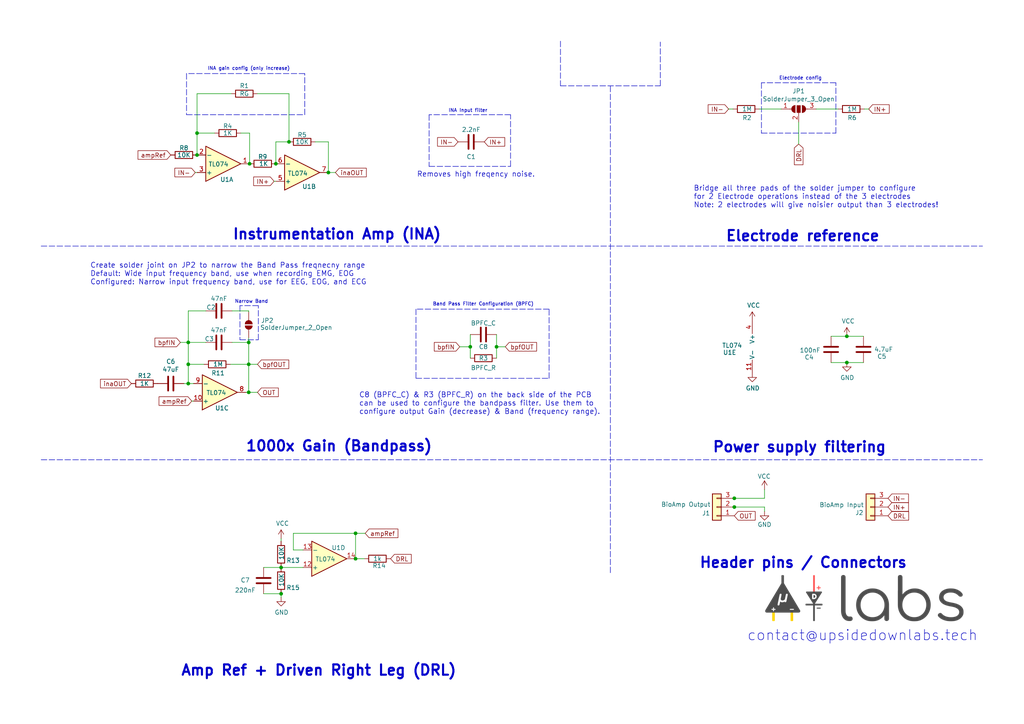
<source format=kicad_sch>
(kicad_sch (version 20231120) (generator "eeschema") (generator_version "8.0")
  (paper "A4")
  (title_block (title "BioAmp EXG Pill") (date "2021-08-06") (rev "1.0b") (company "Upside Down Labs") (comment 1 "Records EMG, ECG, EOG, and EEG") (comment 2 "5v compatible EXG hardware") (comment 3 "Signle chip biopotential amplifier") (comment 4 "TL074H based BioAmp"))
  (lib_symbols
    (symbol "Amplifier_Operational:TL074" (pin_names (offset 0.127))
      (property "Reference" "U" (at 0 5.08 0))
      (property "Value" "TL074" (at 0 -5.08 0))
      (symbol "TL074_1_1"
        (polyline (pts (xy -5.08 5.08) (xy 5.08 0) (xy -5.08 -5.08) (xy -5.08 5.08)) (stroke (width 0.254)) (fill (type background)))
        (pin output line (at 7.62 0 180) (length 2.54) (name "~") (number "1"))
        (pin input line (at -7.62 -2.54 0) (length 2.54) (name "-") (number "2"))
        (pin input line (at -7.62 2.54 0) (length 2.54) (name "+") (number "3"))
      )
      (symbol "TL074_2_1"
        (polyline (pts (xy -5.08 5.08) (xy 5.08 0) (xy -5.08 -5.08) (xy -5.08 5.08)) (stroke (width 0.254)) (fill (type background)))
        (pin input line (at -7.62 2.54 0) (length 2.54) (name "+") (number "5"))
        (pin input line (at -7.62 -2.54 0) (length 2.54) (name "-") (number "6"))
        (pin output line (at 7.62 0 180) (length 2.54) (name "~") (number "7"))
      )
      (symbol "TL074_3_1"
        (polyline (pts (xy -5.08 5.08) (xy 5.08 0) (xy -5.08 -5.08) (xy -5.08 5.08)) (stroke (width 0.254)) (fill (type background)))
        (pin input line (at -7.62 2.54 0) (length 2.54) (name "+") (number "10"))
        (pin output line (at 7.62 0 180) (length 2.54) (name "~") (number "8"))
        (pin input line (at -7.62 -2.54 0) (length 2.54) (name "-") (number "9"))
      )
      (symbol "TL074_4_1"
        (polyline (pts (xy -5.08 5.08) (xy 5.08 0) (xy -5.08 -5.08) (xy -5.08 5.08)) (stroke (width 0.254)) (fill (type background)))
        (pin input line (at -7.62 2.54 0) (length 2.54) (name "+") (number "12"))
        (pin input line (at -7.62 -2.54 0) (length 2.54) (name "-") (number "13"))
        (pin output line (at 7.62 0 180) (length 2.54) (name "~") (number "14"))
      )
      (symbol "TL074_5_1"
        (pin power_in line (at -2.54 -7.62 90) (length 3.81) (name "V-") (number "11"))
        (pin power_in line (at -2.54 7.62 270) (length 3.81) (name "V+") (number "4"))
      )
    )
    (symbol "BioAmp-EXG-Pill-rescue:GND-power" (power) (pin_names (offset 0))
      (property "Value" "power_GND" (at 0 -3.81 0))
      (symbol "GND-power_0_1"
        (polyline (pts (xy 0 0) (xy 0 -1.27) (xy 1.27 -1.27) (xy 0 -2.54) (xy -1.27 -1.27) (xy 0 -1.27)))
      )
      (symbol "GND-power_1_1"
        (pin power_in line (at 0 0 270) (length 0) hide (name "GND") (number "1"))
      )
    )
    (symbol "BioAmp-EXG-Pill-rescue:SolderJumper_3_Open-Jumper" (pin_names (offset 0) hide)
      (property "Reference" "JP" (at -2.54 -2.54 0))
      (property "Value" "Jumper_SolderJumper_3_Open" (at 0 2.794 0))
      (symbol "SolderJumper_3_Open-Jumper_0_1"
        (arc (start -1.016 1.016) (mid -2.032 0) (end -1.016 -1.016))
        (arc (start -1.016 1.016) (mid -2.032 0) (end -1.016 -1.016) (fill (type outline)))
        (rectangle (start -0.508 1.016) (end 0.508 -1.016) (fill (type outline)))
        (polyline (pts (xy -2.54 0) (xy -2.032 0)))
        (polyline (pts (xy -1.016 1.016) (xy -1.016 -1.016)))
        (polyline (pts (xy 0 -1.27) (xy 0 -1.016)))
        (polyline (pts (xy 1.016 1.016) (xy 1.016 -1.016)))
        (polyline (pts (xy 2.54 0) (xy 2.032 0)))
        (arc (start 1.016 -1.016) (mid 2.032 0) (end 1.016 1.016))
        (arc (start 1.016 -1.016) (mid 2.032 0) (end 1.016 1.016) (fill (type outline)))
      )
      (symbol "SolderJumper_3_Open-Jumper_1_1"
        (pin passive line (at -5.08 0 0) (length 2.54) (name "A") (number "1"))
        (pin input line (at 0 -3.81 90) (length 2.54) (name "C") (number "2"))
        (pin passive line (at 5.08 0 180) (length 2.54) (name "B") (number "3"))
      )
    )
    (symbol "BioAmp-EXG-Pill-rescue:VCC-power" (power) (pin_names (offset 0))
      (property "Value" "power_VCC" (at 0 3.81 0))
      (symbol "VCC-power_0_1"
        (polyline (pts (xy -0.762 1.27) (xy 0 2.54)))
        (polyline (pts (xy 0 0) (xy 0 2.54)))
        (polyline (pts (xy 0 2.54) (xy 0.762 1.27)))
      )
      (symbol "VCC-power_1_1"
        (pin power_in line (at 0 0 90) (length 0) hide (name "VCC") (number "1"))
      )
    )
    (symbol "Connector_Generic:Conn_01x03" (pin_names (offset 1.016) hide)
      (property "Reference" "J" (at 0 5.08 0))
      (property "Value" "Conn_01x03" (at 0 -5.08 0))
      (symbol "Conn_01x03_1_1"
        (rectangle (start -1.27 -2.413) (end 0 -2.667) (stroke (width 0.1524)))
        (rectangle (start -1.27 0.127) (end 0 -0.127) (stroke (width 0.1524)))
        (rectangle (start -1.27 2.667) (end 0 2.413) (stroke (width 0.1524)))
        (rectangle (start -1.27 3.81) (end 1.27 -3.81) (stroke (width 0.254)) (fill (type background)))
        (pin passive line (at -5.08 2.54 0) (length 3.81) (name "Pin_1") (number "1"))
        (pin passive line (at -5.08 0 0) (length 3.81) (name "Pin_2") (number "2"))
        (pin passive line (at -5.08 -2.54 0) (length 3.81) (name "Pin_3") (number "3"))
      )
    )
    (symbol "Device:C" (pin_numbers hide) (pin_names (offset 0.254))
      (property "Reference" "C" (at 0.635 2.54 0))
      (property "Value" "C" (at 0.635 -2.54 0))
      (symbol "C_0_1"
        (polyline (pts (xy -2.032 -0.762) (xy 2.032 -0.762)) (stroke (width 0.508)))
        (polyline (pts (xy -2.032 0.762) (xy 2.032 0.762)) (stroke (width 0.508)))
      )
      (symbol "C_1_1"
        (pin passive line (at 0 3.81 270) (length 2.794) (name "~") (number "1"))
        (pin passive line (at 0 -3.81 90) (length 2.794) (name "~") (number "2"))
      )
    )
    (symbol "Device:R" (pin_numbers hide) (pin_names (offset 0))
      (property "Reference" "R" (at 2.032 0 90))
      (property "Value" "R" (at 0 0 90))
      (symbol "R_0_1"
        (rectangle (start -1.016 -2.54) (end 1.016 2.54) (stroke (width 0.254)))
      )
      (symbol "R_1_1"
        (pin passive line (at 0 3.81 270) (length 1.27) (name "~") (number "1"))
        (pin passive line (at 0 -3.81 90) (length 1.27) (name "~") (number "2"))
      )
    )
    (symbol "Jumper:SolderJumper_2_Open" (pin_numbers hide) (pin_names (offset 0) hide) (exclude_from_sim yes) (in_bom no)
      (property "Reference" "JP" (at 0 2.032 0))
      (property "Value" "SolderJumper_2_Open" (at 0 -2.54 0))
      (symbol "SolderJumper_2_Open_0_1"
        (arc (start -0.254 1.016) (mid -1.2656 0) (end -0.254 -1.016))
        (arc (start -0.254 1.016) (mid -1.2656 0) (end -0.254 -1.016) (fill (type outline)))
        (polyline (pts (xy -0.254 1.016) (xy -0.254 -1.016)))
        (polyline (pts (xy 0.254 1.016) (xy 0.254 -1.016)))
        (arc (start 0.254 -1.016) (mid 1.2656 0) (end 0.254 1.016))
        (arc (start 0.254 -1.016) (mid 1.2656 0) (end 0.254 1.016) (fill (type outline)))
      )
      (symbol "SolderJumper_2_Open_1_1"
        (pin passive line (at -3.81 0 0) (length 2.54) (name "A") (number "1"))
        (pin passive line (at 3.81 0 180) (length 2.54) (name "B") (number "2"))
      )
    )
  )
  (junction (at 57.15 38.608))
  (junction (at 72.39 47.498))
  (junction (at 54.61 111.252))
  (junction (at 80.01 47.498))
  (junction (at 81.534 164.592))
  (junction (at 83.82 41.148))
  (junction (at 245.618 105.156))
  (junction (at 212.979 144.526))
  (junction (at 103.124 162.052))
  (junction (at 57.15 44.958))
  (junction (at 103.124 154.686))
  (junction (at 245.618 97.536))
  (junction (at 72.136 105.664))
  (junction (at 72.136 99.314))
  (junction (at 212.979 147.066))
  (junction (at 144.018 100.584))
  (junction (at 95.25 50.038))
  (junction (at 136.398 100.584))
  (junction (at 81.534 172.212))
  (junction (at 72.136 113.792))
  (junction (at 54.61 105.664))
  (junction (at 54.61 99.314))
  (wire (pts (xy 250.444 97.536) (xy 245.618 97.536)))
  (wire (pts (xy 212.979 144.526) (xy 221.742 144.526)))
  (wire (pts (xy 76.454 164.592) (xy 81.534 164.592)))
  (wire (pts (xy 54.61 105.664) (xy 54.61 111.252)))
  (polyline (pts (xy 191.516 24.892) (xy 191.516 12.192)) (stroke (width 0) (type dash)))
  (wire (pts (xy 231.648 35.433) (xy 231.648 41.783)))
  (wire (pts (xy 133.35 100.584) (xy 136.398 100.584)))
  (polyline (pts (xy 162.56 11.938) (xy 162.56 24.892)) (stroke (width 0) (type dash)))
  (wire (pts (xy 74.676 105.664) (xy 72.136 105.664)))
  (wire (pts (xy 236.728 31.623) (xy 243.078 31.623)))
  (wire (pts (xy 62.23 38.608) (xy 57.15 38.608)))
  (wire (pts (xy 136.398 100.584) (xy 136.398 103.886)))
  (wire (pts (xy 245.618 105.156) (xy 250.444 105.156)))
  (wire (pts (xy 59.69 90.17) (xy 54.61 90.17)))
  (wire (pts (xy 80.01 41.148) (xy 80.01 47.498)))
  (wire (pts (xy 74.676 113.792) (xy 72.136 113.792)))
  (wire (pts (xy 59.182 105.664) (xy 54.61 105.664)))
  (polyline (pts (xy 88.392 33.274) (xy 88.392 21.336)) (stroke (width 0) (type dash)))
  (polyline (pts (xy 124.46 48.26) (xy 148.082 48.26)) (stroke (width 0) (type dash)))
  (polyline (pts (xy 148.082 48.26) (xy 148.082 33.274)) (stroke (width 0) (type dash)))
  (wire (pts (xy 144.018 100.584) (xy 144.018 103.886)))
  (wire (pts (xy 95.25 41.148) (xy 95.25 50.038)))
  (wire (pts (xy 81.534 173.228) (xy 81.534 172.212)))
  (wire (pts (xy 103.124 154.686) (xy 85.09 154.686)))
  (wire (pts (xy 212.852 147.066) (xy 212.979 147.066)))
  (wire (pts (xy 72.136 113.792) (xy 71.374 113.792)))
  (wire (pts (xy 54.61 111.252) (xy 56.134 111.252)))
  (wire (pts (xy 250.698 31.623) (xy 251.968 31.623)))
  (polyline (pts (xy 88.392 21.336) (xy 54.102 21.336)) (stroke (width 0) (type dash)))
  (wire (pts (xy 72.136 90.17) (xy 72.136 90.424)))
  (polyline (pts (xy 159.258 89.662) (xy 120.65 89.662)) (stroke (width 0) (type dash)))
  (wire (pts (xy 72.136 105.664) (xy 72.136 113.792)))
  (wire (pts (xy 87.884 164.592) (xy 81.534 164.592)))
  (polyline (pts (xy 54.102 21.336) (xy 54.102 33.274)) (stroke (width 0) (type dash)))
  (wire (pts (xy 80.01 52.578) (xy 79.502 52.578)))
  (wire (pts (xy 103.124 162.052) (xy 103.124 154.686)))
  (wire (pts (xy 56.642 50.038) (xy 57.15 50.038)))
  (wire (pts (xy 211.328 31.623) (xy 212.598 31.623)))
  (wire (pts (xy 221.742 144.526) (xy 221.742 141.986)))
  (wire (pts (xy 59.69 99.314) (xy 54.61 99.314)))
  (wire (pts (xy 67.056 27.178) (xy 57.15 27.178)))
  (wire (pts (xy 52.324 99.314) (xy 54.61 99.314)))
  (wire (pts (xy 146.558 100.584) (xy 144.018 100.584)))
  (wire (pts (xy 54.61 99.314) (xy 54.61 105.664)))
  (polyline (pts (xy 162.56 24.892) (xy 191.516 24.892)) (stroke (width 0) (type dash)))
  (wire (pts (xy 57.15 38.608) (xy 57.15 44.958)))
  (wire (pts (xy 56.134 116.332) (xy 55.626 116.332)))
  (wire (pts (xy 83.82 41.148) (xy 80.01 41.148)))
  (wire (pts (xy 144.018 97.028) (xy 144.018 100.584)))
  (wire (pts (xy 72.136 98.044) (xy 72.136 99.314)))
  (polyline (pts (xy 74.93 88.646) (xy 69.596 88.646)) (stroke (width 0) (type dash)))
  (wire (pts (xy 221.742 147.066) (xy 221.742 148.336)))
  (wire (pts (xy 105.918 154.686) (xy 103.124 154.686)))
  (polyline (pts (xy 120.65 89.662) (xy 120.65 109.728)) (stroke (width 0) (type dash)))
  (polyline (pts (xy 242.443 24.003) (xy 220.853 24.003)) (stroke (width 0) (type dash)))
  (polyline (pts (xy 177.038 166.116) (xy 177.038 24.892)) (stroke (width 0) (type dash)))
  (wire (pts (xy 136.398 97.028) (xy 136.398 100.584)))
  (polyline (pts (xy 120.65 109.728) (xy 159.258 109.728)) (stroke (width 0) (type dash)))
  (polyline (pts (xy 54.102 33.274) (xy 88.392 33.274)) (stroke (width 0) (type dash)))
  (polyline (pts (xy 74.93 98.552) (xy 74.93 88.646)) (stroke (width 0) (type dash)))
  (wire (pts (xy 85.09 159.512) (xy 87.884 159.512)))
  (wire (pts (xy 67.31 99.314) (xy 72.136 99.314)))
  (wire (pts (xy 212.979 147.066) (xy 221.742 147.066)))
  (wire (pts (xy 91.44 41.148) (xy 95.25 41.148)))
  (polyline (pts (xy 220.853 24.003) (xy 220.853 38.608)) (stroke (width 0) (type dash)))
  (wire (pts (xy 57.15 27.178) (xy 57.15 38.608)))
  (wire (pts (xy 72.39 38.608) (xy 72.39 47.498)))
  (wire (pts (xy 67.31 90.17) (xy 72.136 90.17)))
  (wire (pts (xy 81.534 156.972) (xy 81.534 156.21)))
  (wire (pts (xy 85.09 154.686) (xy 85.09 159.512)))
  (wire (pts (xy 74.676 27.178) (xy 83.82 27.178)))
  (polyline (pts (xy 159.258 109.728) (xy 159.258 89.662)) (stroke (width 0) (type dash)))
  (wire (pts (xy 76.454 172.212) (xy 81.534 172.212)))
  (polyline (pts (xy 242.443 38.608) (xy 242.443 24.003)) (stroke (width 0) (type dash)))
  (wire (pts (xy 95.25 50.038) (xy 97.282 50.038)))
  (wire (pts (xy 54.61 90.17) (xy 54.61 99.314)))
  (wire (pts (xy 69.85 38.608) (xy 72.39 38.608)))
  (polyline (pts (xy 220.853 38.608) (xy 242.443 38.608)) (stroke (width 0) (type dash)))
  (wire (pts (xy 83.82 27.178) (xy 83.82 41.148)))
  (polyline (pts (xy 11.938 71.374) (xy 284.988 71.374)) (stroke (width 0) (type dash)))
  (wire (pts (xy 220.218 31.623) (xy 226.568 31.623)))
  (polyline (pts (xy 69.596 88.646) (xy 69.596 98.552)) (stroke (width 0) (type dash)))
  (wire (pts (xy 72.136 99.314) (xy 72.136 105.664)))
  (wire (pts (xy 53.34 111.252) (xy 54.61 111.252)))
  (polyline (pts (xy 124.46 33.274) (xy 124.46 48.26)) (stroke (width 0) (type dash)))
  (polyline (pts (xy 148.082 33.274) (xy 124.46 33.274)) (stroke (width 0) (type dash)))
  (wire (pts (xy 66.802 105.664) (xy 72.136 105.664)))
  (wire (pts (xy 241.046 105.156) (xy 245.618 105.156)))
  (wire (pts (xy 245.618 97.536) (xy 241.046 97.536)))
  (polyline (pts (xy 11.938 133.35) (xy 284.988 133.35)) (stroke (width 0) (type dash)))
  (wire (pts (xy 212.852 144.526) (xy 212.979 144.526)))
  (polyline (pts (xy 69.596 98.552) (xy 74.93 98.552)) (stroke (width 0) (type dash)))
  (wire (pts (xy 105.664 162.052) (xy 103.124 162.052)))
  (image (at 250.698 173.482) (scale 0.313333))
  (text "INA Input filter" (at 130.048 32.766 0) (effects (font (size 0.9906 0.9906)) (justify left bottom)))
  (text "Bridge all three pads of the solder jumper to configure\nfor 2 Electrode operations instead of the 3 electrodes\nNote: 2 electrodes will give noisier output than 3 electrodes!" (at 201.168 60.452 0) (effects (font (size 1.4986 1.4986)) (justify left bottom)))
  (text "Removes high freqency noise." (at 120.904 51.562 0) (effects (font (size 1.4986 1.4986)) (justify left bottom)))
  (text "Power supply filtering" (at 206.502 131.572 0) (effects (font (size 2.9972 2.9972) (thickness 0.5994) (bold yes)) (justify left bottom)))
  (text "Band Pass Filter Configuration (BPFC)" (at 125.476 88.9 0) (effects (font (size 0.9906 0.9906)) (justify left bottom)))
  (text "Electrode reference" (at 210.312 70.358 0) (effects (font (size 2.9972 2.9972) (thickness 0.5994) (bold yes)) (justify left bottom)))
  (text "Header pins / Connectors" (at 202.692 165.1 0) (effects (font (size 2.9972 2.9972) (thickness 0.5994) (bold yes)) (justify left bottom)))
  (text "INA gain config (only increase)" (at 60.198 20.574 0) (effects (font (size 0.9906 0.9906)) (justify left bottom)))
  (text "Instrumentation Amp (INA)" (at 67.31 69.85 0) (effects (font (size 2.9972 2.9972) (thickness 0.5994) (bold yes)) (justify left bottom)))
  (text "C8 (BPFC_C) & R3 (BPFC_R) on the back side of the PCB\ncan be used to configure the bandpass filter. Use them to\nconfigure output Gain (decrease) & Band (frequency range)." (at 104.14 120.396 0) (effects (font (size 1.4986 1.4986)) (justify left bottom)))
  (text "1000x Gain (Bandpass)" (at 71.12 131.318 0) (effects (font (size 2.9972 2.9972) (thickness 0.5994) (bold yes)) (justify left bottom)))
  (text "Narrow Band" (at 68.072 88.138 0) (effects (font (size 0.9906 0.9906)) (justify left bottom)))
  (text "Create solder joint on JP2 to narrow the Band Pass freqnecny range\nDefault: Wide input frequency band, use when recording EMG, EOG\nConfigured: Narrow input frequency band, use for EEG, EOG, and ECG" (at 26.162 82.804 0) (effects (font (size 1.4986 1.4986)) (justify left bottom)))
  (text "contact@upsidedownlabs.tech" (at 216.662 186.182 0) (effects (font (size 2.9972 2.9972)) (justify left bottom)))
  (text "Amp Ref + Driven Right Leg (DRL) " (at 52.324 196.342 0) (effects (font (size 2.9972 2.9972) (thickness 0.5994) (bold yes)) (justify left bottom)))
  (text "Electrode config" (at 225.933 23.368 0) (effects (font (size 0.9906 0.9906)) (justify left bottom)))
  (global_label "bpfOUT" (shape input) (at 74.676 105.664 0) (property "Intersheetrefs" "${INTERSHEET_REFS}" (effects (hide yes))))
  (global_label "IN-" (shape input) (at 211.328 31.623 180) (property "Intersheetrefs" "${INTERSHEET_REFS}" (effects (hide yes))))
  (global_label "inaOUT" (shape input) (at 97.282 50.038 0) (property "Intersheetrefs" "${INTERSHEET_REFS}" (effects (hide yes))))
  (global_label "inaOUT" (shape input) (at 38.1 111.252 180) (property "Intersheetrefs" "${INTERSHEET_REFS}" (effects (hide yes))))
  (global_label "OUT" (shape input) (at 74.676 113.792 0) (property "Intersheetrefs" "${INTERSHEET_REFS}" (effects (hide yes))))
  (global_label "IN+" (shape input) (at 251.968 31.623 0) (property "Intersheetrefs" "${INTERSHEET_REFS}" (effects (hide yes))))
  (global_label "bpfIN" (shape input) (at 133.35 100.584 180) (property "Intersheetrefs" "${INTERSHEET_REFS}" (effects (hide yes))))
  (global_label "bpfIN" (shape input) (at 52.324 99.314 180) (property "Intersheetrefs" "${INTERSHEET_REFS}" (effects (hide yes))))
  (global_label "IN-" (shape input) (at 132.842 41.148 180) (property "Intersheetrefs" "${INTERSHEET_REFS}" (effects (hide yes))))
  (global_label "IN+" (shape input) (at 79.502 52.578 180) (property "Intersheetrefs" "${INTERSHEET_REFS}" (effects (hide yes))))
  (global_label "ampRef" (shape input) (at 49.53 44.958 180) (property "Intersheetrefs" "${INTERSHEET_REFS}" (effects (hide yes))))
  (global_label "DRL" (shape input) (at 231.648 41.783 270) (property "Intersheetrefs" "${INTERSHEET_REFS}" (effects (hide yes))))
  (global_label "bpfOUT" (shape input) (at 146.558 100.584 0) (property "Intersheetrefs" "${INTERSHEET_REFS}" (effects (hide yes))))
  (global_label "IN+" (shape input) (at 140.462 41.148 0) (property "Intersheetrefs" "${INTERSHEET_REFS}" (effects (hide yes))))
  (global_label "DRL" (shape input) (at 113.284 162.052 0) (property "Intersheetrefs" "${INTERSHEET_REFS}" (effects (hide yes))))
  (global_label "OUT" (shape input) (at 212.979 149.606 0) (property "Intersheetrefs" "${INTERSHEET_REFS}" (effects (hide yes))))
  (global_label "IN-" (shape input) (at 257.556 144.526 0) (property "Intersheetrefs" "${INTERSHEET_REFS}" (effects (hide yes))))
  (global_label "ampRef" (shape input) (at 55.626 116.332 180) (property "Intersheetrefs" "${INTERSHEET_REFS}" (effects (hide yes))))
  (global_label "IN-" (shape input) (at 56.642 50.038 180) (property "Intersheetrefs" "${INTERSHEET_REFS}" (effects (hide yes))))
  (global_label "DRL" (shape input) (at 257.556 149.606 0) (property "Intersheetrefs" "${INTERSHEET_REFS}" (effects (hide yes))))
  (global_label "ampRef" (shape input) (at 105.918 154.686 0) (property "Intersheetrefs" "${INTERSHEET_REFS}" (effects (hide yes))))
  (global_label "IN+" (shape input) (at 257.556 147.066 0) (property "Intersheetrefs" "${INTERSHEET_REFS}" (effects (hide yes))))
  (symbol (lib_id "Amplifier_Operational:TL074") (at 64.77 47.498 0) (mirror x) (unit 1)
    (property "Reference" "U1" (at 65.786 52.07 0))
    (property "Value" "TL074" (at 63.373 47.625 0))
    (property "Footprint" "Package_SO:TSSOP-14_4.4x5mm_P0.65mm" (effects (hide yes)))
    (property "Datasheet" "http://www.ti.com/lit/ds/symlink/tl071.pdf" (effects (hide yes)))
  )
  (symbol (lib_id "Amplifier_Operational:TL074") (at 87.63 50.038 0) (mirror x) (unit 2)
    (property "Reference" "U1" (at 89.662 54.102 0))
    (property "Value" "TL074" (at 86.36 50.292 0))
    (property "Footprint" "Package_SO:TSSOP-14_4.4x5mm_P0.65mm" (effects (hide yes)))
    (property "Datasheet" "http://www.ti.com/lit/ds/symlink/tl071.pdf" (effects (hide yes)))
  )
  (symbol (lib_id "Amplifier_Operational:TL074") (at 63.754 113.792 0) (mirror x) (unit 3)
    (property "Reference" "U1" (at 64.389 118.364 0))
    (property "Value" "TL074" (at 62.738 113.919 0))
    (property "Footprint" "Package_SO:TSSOP-14_4.4x5mm_P0.65mm" (effects (hide yes)))
    (property "Datasheet" "http://www.ti.com/lit/ds/symlink/tl071.pdf" (effects (hide yes)))
  )
  (symbol (lib_id "Amplifier_Operational:TL074") (at 95.504 162.052 0) (mirror x) (unit 4)
    (property "Reference" "U1" (at 98.171 158.877 0))
    (property "Value" "TL074" (at 94.361 162.179 0))
    (property "Footprint" "Package_SO:TSSOP-14_4.4x5mm_P0.65mm" (effects (hide yes)))
    (property "Datasheet" "http://www.ti.com/lit/ds/symlink/tl071.pdf" (effects (hide yes)))
  )
  (symbol (lib_id "Amplifier_Operational:TL074") (at 220.726 100.584 0) (unit 5)
    (property "Reference" "U1" (at 209.677 102.235 0) (effects (justify left)))
    (property "Value" "TL074" (at 209.423 100.203 0) (effects (justify left)))
    (property "Footprint" "Package_SO:TSSOP-14_4.4x5mm_P0.65mm" (effects (hide yes)))
    (property "Datasheet" "http://www.ti.com/lit/ds/symlink/tl071.pdf" (effects (hide yes)))
  )
  (symbol (lib_id "Device:R") (at 76.2 47.498 270) (unit 1)
    (property "Reference" "R9" (at 76.2 45.466 90))
    (property "Value" "1K" (at 76.454 47.498 90))
    (property "Footprint" "Resistor_SMD:R_0603_1608Metric_Pad0.98x0.95mm_HandSolder" (effects (hide yes)))
  )
  (symbol (lib_id "Device:R") (at 53.34 44.958 270) (unit 1)
    (property "Reference" "R8" (at 53.34 42.926 90))
    (property "Value" "10K" (at 53.34 44.958 90))
    (property "Footprint" "Resistor_SMD:R_0603_1608Metric_Pad0.98x0.95mm_HandSolder" (effects (hide yes)))
  )
  (symbol (lib_id "Device:R") (at 66.04 38.608 270) (unit 1)
    (property "Reference" "R4" (at 66.04 36.576 90))
    (property "Value" "1K" (at 66.04 38.608 90))
    (property "Footprint" "Resistor_SMD:R_0603_1608Metric_Pad0.98x0.95mm_HandSolder" (effects (hide yes)))
  )
  (symbol (lib_id "Device:R") (at 87.63 41.148 270) (unit 1)
    (property "Reference" "R5" (at 87.63 39.116 90))
    (property "Value" "10K" (at 87.63 41.148 90))
    (property "Footprint" "Resistor_SMD:R_0603_1608Metric_Pad0.98x0.95mm_HandSolder" (effects (hide yes)))
  )
  (symbol (lib_id "Device:C") (at 63.5 99.314 270) (mirror x) (unit 1)
    (property "Reference" "C3" (at 60.706 98.298 90))
    (property "Value" "47nF" (at 63.5 95.758 90))
    (property "Footprint" "Capacitor_SMD:C_0603_1608Metric_Pad1.08x0.95mm_HandSolder" (effects (hide yes)))
  )
  (symbol (lib_id "Device:R") (at 62.992 105.664 270) (unit 1)
    (property "Reference" "R11" (at 63.246 108.204 90))
    (property "Value" "1M" (at 63.246 105.664 90))
    (property "Footprint" "Resistor_SMD:R_0603_1608Metric_Pad0.98x0.95mm_HandSolder" (effects (hide yes)))
  )
  (symbol (lib_id "Device:C") (at 241.046 101.346 180) (unit 1)
    (property "Reference" "C4" (at 234.696 103.632 0))
    (property "Value" "100nF" (at 234.95 101.6 0))
    (property "Footprint" "Capacitor_SMD:C_0603_1608Metric_Pad1.08x0.95mm_HandSolder" (effects (hide yes)))
  )
  (symbol (lib_id "Device:R") (at 41.91 111.252 270) (unit 1)
    (property "Reference" "R12" (at 41.91 108.966 90))
    (property "Value" "1K" (at 41.91 111.252 90))
    (property "Footprint" "Resistor_SMD:R_0603_1608Metric_Pad0.98x0.95mm_HandSolder" (effects (hide yes)))
  )
  (symbol (lib_id "Device:C") (at 49.53 111.252 270) (unit 1)
    (property "Reference" "C6" (at 49.53 104.8512 90))
    (property "Value" "47uF" (at 49.53 107.1626 90))
    (property "Footprint" "Capacitor_SMD:C_0805_2012Metric_Pad1.18x1.45mm_HandSolder" (effects (hide yes)))
  )
  (symbol (lib_id "Device:C") (at 250.444 101.346 180) (unit 1)
    (property "Reference" "C5" (at 255.778 103.378 0))
    (property "Value" "4.7uF" (at 256.286 101.346 0))
    (property "Footprint" "Capacitor_SMD:C_0603_1608Metric_Pad1.08x0.95mm_HandSolder" (effects (hide yes)))
  )
  (symbol (lib_id "Connector_Generic:Conn_01x03") (at 207.899 147.066 180) (unit 1)
    (property "Reference" "J1" (at 205.994 148.844 0) (effects (justify left)))
    (property "Value" "BioAmp Output" (at 206.121 146.304 0) (effects (justify left)))
    (property "Footprint" "Connector_PinHeader_2.54mm:PinHeader_1x03_P2.54mm_Vertical" (effects (hide yes)))
  )
  (symbol (lib_id "Device:R") (at 109.474 162.052 270) (unit 1)
    (property "Reference" "R14" (at 109.982 164.084 90))
    (property "Value" "1k" (at 109.474 162.052 90))
    (property "Footprint" "Resistor_SMD:R_0603_1608Metric_Pad0.98x0.95mm_HandSolder" (effects (hide yes)))
  )
  (symbol (lib_id "Device:R") (at 81.534 160.782 180) (unit 1)
    (property "Reference" "R13" (at 83.058 162.56 0) (effects (justify right)))
    (property "Value" "10K" (at 81.661 162.433 90) (effects (justify right)))
    (property "Footprint" "Resistor_SMD:R_0603_1608Metric_Pad0.98x0.95mm_HandSolder" (effects (hide yes)))
  )
  (symbol (lib_id "BioAmp-EXG-Pill-rescue:VCC-power") (at 245.618 97.536 0) (unit 1)
    (property "Reference" "#PWR02" (effects (hide yes)))
    (property "Value" "VCC" (at 245.999 93.1418 0))
  )
  (symbol (lib_id "BioAmp-EXG-Pill-rescue:GND-power") (at 245.618 105.156 0) (unit 1)
    (property "Reference" "#PWR03" (effects (hide yes)))
    (property "Value" "GND" (at 245.745 109.5502 0))
  )
  (symbol (lib_id "Device:R") (at 81.534 168.402 180) (unit 1)
    (property "Reference" "R15" (at 83.058 170.434 0) (effects (justify right)))
    (property "Value" "10K" (at 81.661 170.18 90) (effects (justify right)))
    (property "Footprint" "Resistor_SMD:R_0603_1608Metric_Pad0.98x0.95mm_HandSolder" (effects (hide yes)))
  )
  (symbol (lib_id "BioAmp-EXG-Pill-rescue:VCC-power") (at 81.534 156.21 0) (unit 1)
    (property "Reference" "#PWR07" (effects (hide yes)))
    (property "Value" "VCC" (at 81.915 151.8158 0))
  )
  (symbol (lib_id "BioAmp-EXG-Pill-rescue:GND-power") (at 81.534 173.228 0) (unit 1)
    (property "Reference" "#PWR08" (effects (hide yes)))
    (property "Value" "GND" (at 81.661 177.6222 0))
  )
  (symbol (lib_id "Device:C") (at 76.454 168.402 0) (unit 1)
    (property "Reference" "C7" (at 71.12 168.275 0))
    (property "Value" "220nF" (at 71.12 171.196 0))
    (property "Footprint" "Capacitor_SMD:C_0603_1608Metric_Pad1.08x0.95mm_HandSolder" (effects (hide yes)))
  )
  (symbol (lib_id "Connector_Generic:Conn_01x03") (at 252.476 147.066 180) (unit 1)
    (property "Reference" "J2" (at 250.444 148.717 0) (effects (justify left)))
    (property "Value" "BioAmp Input" (at 250.571 146.431 0) (effects (justify left)))
    (property "Footprint" "Connector_PinHeader_2.54mm:PinHeader_1x03_P2.54mm_Vertical" (effects (hide yes)))
  )
  (symbol (lib_id "BioAmp-EXG-Pill-rescue:GND-power") (at 221.742 148.336 0) (unit 1)
    (property "Reference" "#PWR06" (effects (hide yes)))
    (property "Value" "GND" (at 221.742 152.146 0))
  )
  (symbol (lib_id "BioAmp-EXG-Pill-rescue:VCC-power") (at 221.742 141.986 0) (unit 1)
    (property "Reference" "#PWR05" (effects (hide yes)))
    (property "Value" "VCC" (at 219.71 138.176 0) (effects (justify left)))
  )
  (symbol (lib_id "Device:R") (at 70.866 27.178 270) (unit 1)
    (property "Reference" "R1" (at 70.866 24.892 90))
    (property "Value" "RG" (at 70.866 27.178 90))
    (property "Footprint" "Resistor_SMD:R_0603_1608Metric_Pad0.98x0.95mm_HandSolder" (effects (hide yes)))
  )
  (symbol (lib_id "Device:C") (at 63.5 90.17 270) (mirror x) (unit 1)
    (property "Reference" "C2" (at 61.214 89.154 90))
    (property "Value" "47nF" (at 63.5 86.614 90))
    (property "Footprint" "Capacitor_SMD:C_0603_1608Metric_Pad1.08x0.95mm_HandSolder" (effects (hide yes)))
  )
  (symbol (lib_id "BioAmp-EXG-Pill-rescue:GND-power") (at 218.186 108.204 0) (unit 1)
    (property "Reference" "#PWR04" (effects (hide yes)))
    (property "Value" "GND" (at 218.313 112.5982 0))
  )
  (symbol (lib_id "BioAmp-EXG-Pill-rescue:VCC-power") (at 218.186 92.964 0) (unit 1)
    (property "Reference" "#PWR01" (effects (hide yes)))
    (property "Value" "VCC" (at 218.567 88.5698 0))
  )
  (symbol (lib_id "Device:R") (at 246.888 31.623 270) (unit 1)
    (property "Reference" "R6" (at 247.142 34.163 90))
    (property "Value" "1M" (at 247.142 31.623 90))
    (property "Footprint" "Resistor_SMD:R_0603_1608Metric_Pad0.98x0.95mm_HandSolder" (effects (hide yes)))
  )
  (symbol (lib_id "Device:R") (at 216.408 31.623 270) (unit 1)
    (property "Reference" "R2" (at 216.662 34.163 90))
    (property "Value" "1M" (at 216.662 31.623 90))
    (property "Footprint" "Resistor_SMD:R_0603_1608Metric_Pad0.98x0.95mm_HandSolder" (effects (hide yes)))
  )
  (symbol (lib_id "Device:C") (at 136.652 41.148 270) (mirror x) (unit 1)
    (property "Reference" "C1" (at 136.652 45.466 90))
    (property "Value" "2.2nF" (at 136.652 37.592 90))
    (property "Footprint" "Capacitor_SMD:C_0603_1608Metric_Pad1.08x0.95mm_HandSolder" (effects (hide yes)))
  )
  (symbol (lib_id "BioAmp-EXG-Pill-rescue:SolderJumper_3_Open-Jumper") (at 231.648 31.623 0) (unit 1)
    (property "Reference" "JP1" (at 231.648 26.416 0))
    (property "Value" "SolderJumper_3_Open" (at 231.648 28.7274 0))
    (property "Footprint" "Jumper:SolderJumper-3_P1.3mm_Open_RoundedPad1.0x1.5mm" (effects (hide yes)))
  )
  (symbol (lib_id "Jumper:SolderJumper_2_Open") (at 72.136 94.234 270) (unit 1)
    (property "Reference" "JP2" (at 75.692 92.964 90) (effects (justify left)))
    (property "Value" "SolderJumper_2_Open" (at 75.438 94.996 90) (effects (justify left)))
    (property "Footprint" "Jumper:SolderJumper-2_P1.3mm_Open_RoundedPad1.0x1.5mm" (effects (hide yes)))
  )
  (symbol (lib_id "Device:C") (at 140.208 97.028 270) (mirror x) (unit 1)
    (property "Reference" "C8" (at 140.208 100.584 90))
    (property "Value" "BPFC_C" (at 140.208 93.726 90))
    (property "Footprint" "Capacitor_SMD:C_0603_1608Metric_Pad1.08x0.95mm_HandSolder" (effects (hide yes)))
  )
  (symbol (lib_id "Device:R") (at 140.208 103.886 270) (unit 1)
    (property "Reference" "R3" (at 140.208 103.886 90))
    (property "Value" "BPFC_R" (at 140.208 106.68 90))
    (property "Footprint" "Resistor_SMD:R_0603_1608Metric_Pad0.98x0.95mm_HandSolder" (effects (hide yes)))
  )
)
</source>
